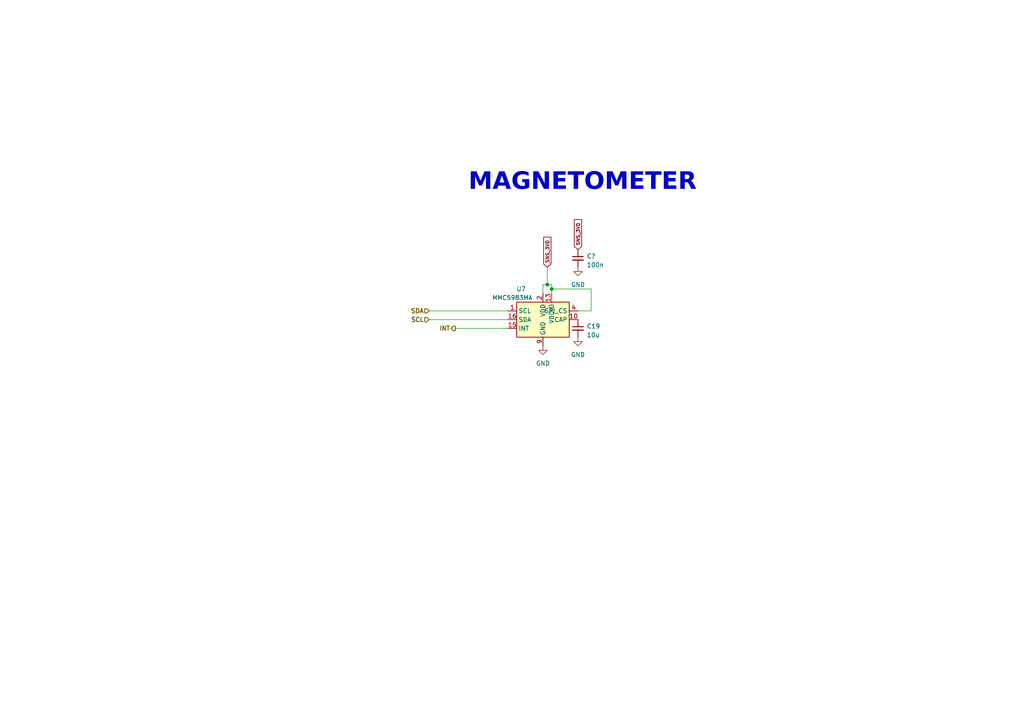
<source format=kicad_sch>
(kicad_sch (version 20230121) (generator eeschema)
  (paper "A4")
  (lib_symbols
    (symbol "Device:C_Small" (pin_numbers hide) (pin_names (offset 0.254) hide)
      (property "Reference" "C" (at 0.254 1.778 0))
      (property "Value" "C_Small" (at 0.254 -2.032 0))
      (symbol "C_Small_0_1"
        (polyline (pts (xy -1.524 -0.508) (xy 1.524 -0.508)) (stroke (width 0.3302)))
        (polyline (pts (xy -1.524 0.508) (xy 1.524 0.508)) (stroke (width 0.3048)))
      )
      (symbol "C_Small_1_1"
        (pin passive line (at 0 2.54 270) (length 2.032) (name "~") (number "1"))
        (pin passive line (at 0 -2.54 90) (length 2.032) (name "~") (number "2"))
      )
    )
    (symbol "Sensor_Magnetic:MMC5883MA"
      (property "Reference" "U7" (at -6.35 8.89 0))
      (property "Value" "MMC5983MA" (at -8.89 6.35 0))
      (symbol "MMC5883MA_0_1"
        (rectangle (start -7.62 5.08) (end 7.62 -5.08) (stroke (width 0.254)) (fill (type background)))
      )
      (symbol "MMC5883MA_1_1"
        (pin input line (at -10.16 2.54 0) (length 2.54) (name "SCL") (number "1"))
        (pin passive line (at 10.16 0 180) (length 2.54) (name "CAP") (number "10"))
        (pin passive line (at 0 -7.62 90) (length 2.54) hide (name "GND") (number "11"))
        (pin no_connect line (at 5.08 -5.08 90) (length 2.54) hide (name "NC") (number "12"))
        (pin power_in line (at 2.54 7.62 270) (length 2.54) (name "VDDIO") (number "13"))
        (pin no_connect line (at -2.54 -5.08 90) (length 2.54) hide (name "NC") (number "14"))
        (pin output line (at -10.16 -2.54 0) (length 2.54) (name "INT") (number "15"))
        (pin bidirectional line (at -10.16 0 0) (length 2.54) (name "SDA") (number "16"))
        (pin power_in line (at 0 7.62 270) (length 2.54) (name "VDD") (number "2"))
        (pin no_connect line (at 7.62 -5.08 180) (length 2.54) hide (name "NC") (number "3"))
        (pin passive line (at 10.16 2.54 180) (length 2.54) (name "SPI_CS") (number "4"))
        (pin no_connect line (at 7.62 5.08 180) (length 2.54) hide (name "SPI_SDO") (number "5"))
        (pin no_connect line (at 7.62 -2.54 180) (length 2.54) hide (name "NC") (number "6"))
        (pin no_connect line (at -5.08 -5.08 90) (length 2.54) hide (name "NC") (number "7"))
        (pin no_connect line (at 2.54 -5.08 90) (length 2.54) hide (name "NC") (number "8"))
        (pin power_in line (at 0 -7.62 90) (length 2.54) (name "GND") (number "9"))
      )
    )
    (symbol "power:GND" (power) (pin_names (offset 0))
      (property "Value" "GND" (at 0 -3.81 0))
      (symbol "GND_0_1"
        (polyline (pts (xy 0 0) (xy 0 -1.27) (xy 1.27 -1.27) (xy 0 -2.54) (xy -1.27 -1.27) (xy 0 -1.27)))
      )
      (symbol "GND_1_1"
        (pin power_in line (at 0 0 270) (length 0) hide (name "GND") (number "1"))
      )
    )
  )
  (junction (at 160.02 83.82))
  (junction (at 158.75 82.55))
  (wire (pts (xy 124.46 92.71) (xy 147.32 92.71)))
  (wire (pts (xy 124.46 90.17) (xy 147.32 90.17)))
  (wire (pts (xy 171.45 83.82) (xy 160.02 83.82)))
  (wire (pts (xy 167.64 90.17) (xy 171.45 90.17)))
  (wire (pts (xy 158.75 82.55) (xy 157.48 82.55)))
  (wire (pts (xy 160.02 83.82) (xy 160.02 85.09)))
  (wire (pts (xy 171.45 90.17) (xy 171.45 83.82)))
  (wire (pts (xy 157.48 82.55) (xy 157.48 85.09)))
  (wire (pts (xy 160.02 82.55) (xy 160.02 83.82)))
  (wire (pts (xy 158.75 77.47) (xy 158.75 82.55)))
  (wire (pts (xy 132.08 95.25) (xy 147.32 95.25)))
  (wire (pts (xy 160.02 82.55) (xy 158.75 82.55)))
  (text "MAGNETOMETER" (at 135.89 57.15 0) (effects (font (size 5 5) bold) (justify left bottom)))
  (global_label "SNS_3V0" (shape input) (at 167.64 72.39 90) (effects (font (size 1 1) bold)) (property "Intersheetrefs" "${INTERSHEET_REFS}" (effects hide)))
  (global_label "SNS_3V0" (shape input) (at 158.75 77.47 90) (effects (font (size 1 1) bold)) (property "Intersheetrefs" "${INTERSHEET_REFS}" (effects hide)))
  (hierarchical_label "INT" (shape output) (at 132.08 95.25 180) (effects (font bold)))
  (hierarchical_label "SDA" (shape input) (at 124.46 90.17 180) (effects (font bold)))
  (hierarchical_label "SCL" (shape input) (at 124.46 92.71 180) (effects (font bold)))
  (symbol (lib_id "power:GND") (at 157.48 100.33 0) (unit 1)
    (property "Reference" "#PWR069" (effects hide))
    (property "Value" "GND" (at 157.48 105.41 0))
    (instances (project "THINGY_2.0" (path "" (reference "#PWR069") (unit 1)) (path "" (reference "#PWR077") (unit 1))))
  )
  (symbol (lib_id "Sensor_Magnetic:MMC5883MA") (at 157.48 92.71 0) (unit 1)
    (property "Reference" "U7" (at 151.13 83.82 0))
    (property "Value" "MMC5983MA" (at 148.59 86.36 0))
    (property "Footprint" "Package_LGA:LGA-16_3x3mm_P0.5mm" (effects hide))
    (property "Datasheet" "http://www.memsic.com/userfiles/files/DataSheets/Magnetic-Sensors-Datasheets/MMC5883MA-RevC.pdf" (effects hide))
  )
  (symbol (lib_id "Device:C_Small") (at 167.64 95.25 0) (unit 1)
    (property "Reference" "C19" (at 170.18 94.6213 0) (effects (justify left)))
    (property "Value" "10u" (at 170.18 97.1613 0) (effects (justify left)))
    (property "Footprint" "Capacitor_SMD:C_0402_1005Metric" (effects hide))
    (instances (project "THINGY_2.0" (path "" (reference "C19") (unit 1)) (path "" (reference "C10") (unit 1))))
  )
  (symbol (lib_id "power:GND") (at 167.64 77.47 0) (unit 1)
    (property "Reference" "#PWR069" (effects hide))
    (property "Value" "GND" (at 167.64 82.55 0))
    (instances (project "THINGY_2.0" (path "" (reference "#PWR069") (unit 1)) (path "" (reference "#PWR074") (unit 1))))
  )
  (symbol (lib_id "power:GND") (at 167.64 97.79 0) (unit 1)
    (property "Reference" "#PWR069" (effects hide))
    (property "Value" "GND" (at 167.64 102.87 0))
    (instances (project "THINGY_2.0" (path "" (reference "#PWR069") (unit 1)) (path "" (reference "#PWR015") (unit 1))))
  )
  (symbol (lib_id "Device:C_Small") (at 167.64 74.93 0) (unit 1)
    (property "Reference" "C?" (at 170.18 74.3013 0) (effects (justify left)))
    (property "Value" "100n" (at 170.18 76.8413 0) (effects (justify left)))
    (property "Footprint" "Capacitor_SMD:C_0402_1005Metric" (effects hide))
    (instances (project "THINGY_2.0" (path "" (reference "C?") (unit 1)) (path "" (reference "C36") (unit 1))))
  )
)
</source>
